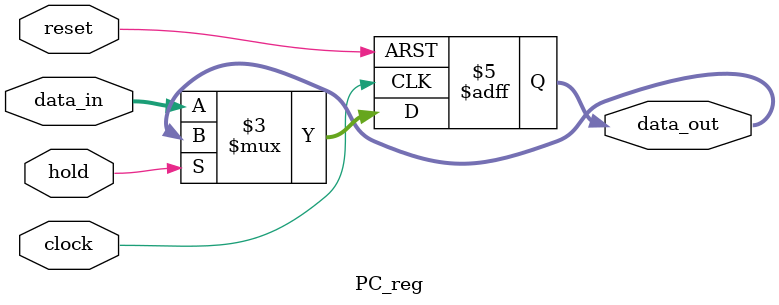
<source format=v>
module PC_reg(
    input wire clock,     
    input wire reset,     
	 input wire hold,
    input wire [7:0] data_in, 
    output reg [7:0] data_out);


    always @(posedge clock or posedge reset) begin
        if (reset) begin
            data_out <= 8'b0;
				
        end 
		  else if (~hold) begin
				data_out <= data_in; 
				end

    end

endmodule

</source>
